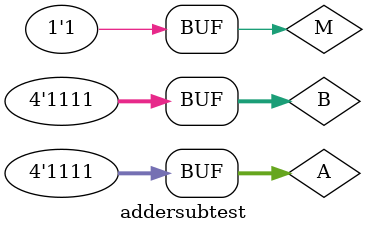
<source format=v>
`timescale 1ns / 1ps


module addersubtest();

wire Cout; 
wire [3:0]S;
reg [3:0]A;
reg [3:0]B;
reg M;

addersub X(Cout, S, A, B, M);
initial
begin
    M = 1'b0; M = 1'b1;
    A = 4'b0000; B = 4'b0000;
    #20 A = 4'b0001; B = 4'b0001;
    #20 A = 4'b0010; B = 4'b0010;
    #20 A = 4'b0011; B = 4'b0011;
    #20 A = 4'b0100; B = 4'b0100;
    #20 A = 4'b0101; B = 4'b0101;
    #20 A = 4'b0110; B = 4'b0110;
    #20 A = 4'b0111; B = 4'b0111;
    #20 A = 4'b1000; B = 4'b1000;
    #20 A = 4'b1001; B = 4'b1001;
    #20 A = 4'b1010; B = 4'b1010;
    #20 A = 4'b1011; B = 4'b1011;
    #20 A = 4'b1100; B = 4'b1100;
    #20 A = 4'b1101; B = 4'b1101;
    #20 A = 4'b1110; B = 4'b1110;
    #20 A = 4'b1111; B = 4'b1111;
  end
endmodule

</source>
